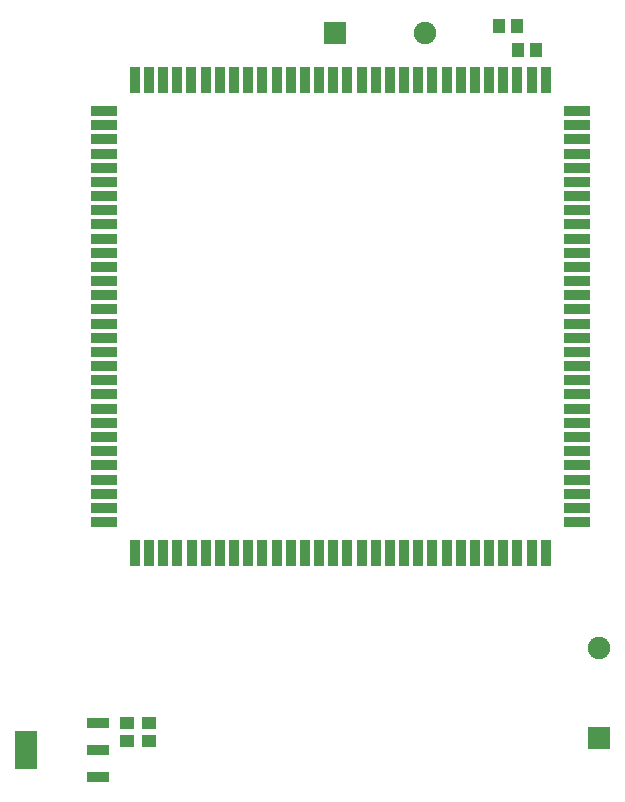
<source format=gts>
G04*
G04 #@! TF.GenerationSoftware,Altium Limited,Altium Designer,22.1.2 (22)*
G04*
G04 Layer_Color=8388736*
%FSLAX25Y25*%
%MOIN*%
G70*
G04*
G04 #@! TF.SameCoordinates,691D6CEF-7681-4429-9CE0-D2776B591AA1*
G04*
G04*
G04 #@! TF.FilePolarity,Negative*
G04*
G01*
G75*
%ADD23R,0.04658X0.04461*%
%ADD24R,0.04461X0.04658*%
%ADD25R,0.08674X0.03556*%
%ADD26R,0.03556X0.08674*%
%ADD27R,0.07493X0.03753*%
%ADD28R,0.07493X0.13005*%
%ADD29C,0.07493*%
%ADD30R,0.07493X0.07493*%
%ADD31R,0.07493X0.07493*%
D23*
X-8500Y-144000D02*
D03*
Y-150063D02*
D03*
X-16000Y-144000D02*
D03*
Y-150063D02*
D03*
D24*
X114224Y88446D02*
D03*
X108161D02*
D03*
X114469Y80500D02*
D03*
X120531D02*
D03*
D25*
X-23510Y-58083D02*
D03*
Y-53358D02*
D03*
Y-48634D02*
D03*
Y-43909D02*
D03*
Y-39185D02*
D03*
Y-34461D02*
D03*
Y-29736D02*
D03*
Y-25012D02*
D03*
Y-20287D02*
D03*
Y-10839D02*
D03*
Y-6114D02*
D03*
Y-15563D02*
D03*
Y-1390D02*
D03*
Y3335D02*
D03*
Y8059D02*
D03*
Y12784D02*
D03*
Y17508D02*
D03*
Y22232D02*
D03*
Y31681D02*
D03*
Y36406D02*
D03*
Y41130D02*
D03*
Y45854D02*
D03*
Y50579D02*
D03*
Y55303D02*
D03*
Y26957D02*
D03*
Y-72256D02*
D03*
Y-67532D02*
D03*
Y-62807D02*
D03*
Y-76980D02*
D03*
Y60028D02*
D03*
X133986Y-62806D02*
D03*
Y-58081D02*
D03*
Y-53357D02*
D03*
Y-48632D02*
D03*
Y-39184D02*
D03*
Y-34459D02*
D03*
Y-25010D02*
D03*
Y-20286D02*
D03*
Y-15562D02*
D03*
Y-10837D02*
D03*
Y-6113D02*
D03*
Y-29735D02*
D03*
Y-1388D02*
D03*
Y60029D02*
D03*
Y45856D02*
D03*
Y50580D02*
D03*
Y55305D02*
D03*
Y3336D02*
D03*
Y8061D02*
D03*
Y12785D02*
D03*
Y17509D02*
D03*
Y22234D02*
D03*
Y26958D02*
D03*
Y31683D02*
D03*
Y36407D02*
D03*
Y41131D02*
D03*
Y-43908D02*
D03*
Y-72254D02*
D03*
Y-67530D02*
D03*
Y-76979D02*
D03*
D26*
X104840Y-87207D02*
D03*
X100115D02*
D03*
X95391D02*
D03*
X90666D02*
D03*
X85942D02*
D03*
X81218D02*
D03*
X76493D02*
D03*
X71769D02*
D03*
X67044D02*
D03*
X57596D02*
D03*
X52871D02*
D03*
X62320D02*
D03*
X48147D02*
D03*
X43422D02*
D03*
X38698D02*
D03*
X33974D02*
D03*
X29249D02*
D03*
X24525D02*
D03*
X15076D02*
D03*
X10351D02*
D03*
X5627D02*
D03*
X903D02*
D03*
X-3822D02*
D03*
X-8546D02*
D03*
X19800D02*
D03*
X119013D02*
D03*
X114288D02*
D03*
X109564D02*
D03*
X123737D02*
D03*
X-13271D02*
D03*
X109549Y70250D02*
D03*
X104824D02*
D03*
X100100D02*
D03*
X95376D02*
D03*
X85927D02*
D03*
X81202D02*
D03*
X71754D02*
D03*
X67029D02*
D03*
X62305D02*
D03*
X57580D02*
D03*
X52856D02*
D03*
X76478D02*
D03*
X48131D02*
D03*
X-13286D02*
D03*
X887D02*
D03*
X-3837D02*
D03*
X-8561D02*
D03*
X43407D02*
D03*
X38683D02*
D03*
X33958D02*
D03*
X29234D02*
D03*
X24509D02*
D03*
X19785D02*
D03*
X15061D02*
D03*
X10336D02*
D03*
X5612D02*
D03*
X90651D02*
D03*
X118998D02*
D03*
X114273D02*
D03*
X123722D02*
D03*
D27*
X-25500Y-162055D02*
D03*
Y-153000D02*
D03*
Y-143945D02*
D03*
D28*
X-49500Y-153000D02*
D03*
D29*
X83500Y86000D02*
D03*
X141500Y-119000D02*
D03*
D30*
X53500Y86000D02*
D03*
D31*
X141500Y-149000D02*
D03*
M02*

</source>
